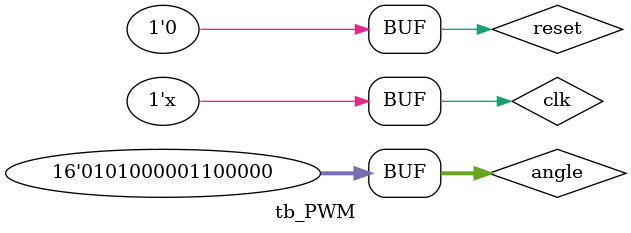
<source format=v>
`timescale 1 ns / 1 ns
module tb_PWM;
	reg clk;
	reg reset;
	reg [15:0] angle;
	wire PWMsignal;
	
	PWM UUT (.clk(clk), .reset(reset), .angle(angle), .PWMsignal(PWMsignal));
	
	localparam CLK_PERIOD = 20;
	always #(CLK_PERIOD/2) clk=~clk;

	initial begin
		clk = 0;
		reset = 0;
		
		// Testing mapping code
		angle = 16'h0000; //180 degrees, about 2.5 ms
	end
	
	initial begin
		clk = 0;
		reset = 0;
		
		// Testing mapping code
		//angle = 16'h59A0; //180 degrees, about 2.5 ms, angle is in fp
		//angle = 16'h54B0; //75 degrees about 1.33 ms
		angle = 16'h5060; //35 degrees about .88 ms
		//angle = 16'h5948; //169 degrees about 2.37 ms
		
		// This is for mapping angle to a single pulse width
		// 18 pulse widths, each with a range of fp angles
		
		// angle 171 and above, should be about 2.5 ms
		//angle = 16'h5998; // 179   degrees
		//angle = 16'h597C; // 175.5 degrees
		
		// angle 161 to before 171, should be about 2.37 ms
		//angle = 16'h5948; // 169 degrees
		//angle = 16'h592A; // 165.3 degrees
		
		// angle 151 to before 161, should be about 2.26 ms
		//angle = 16'h58E8; // 157 degrees
		//angle = 16'h58C6; // 152.8 degrees
		
		// angle 141 to before 151, should be about 2.15 ms
		//angle = 16'h5868; // 141 degrees
		//angle = 16'h587A;
		
		// angle 131 to before 141, should be about 2.04 ms
		//angle
		
		// angle 121 to before 131, should be about 1.93 ms
		
		
		// angle 111 to before 121, should be about 1.82 ms
		
		
		// angle 101 to before 111, should be about 1.71 ms
		
		
		// angle 91 to before 101, should be about 1.60 ms
		
		
		// angle 81 to before 91, should be about 1.49 ms
		
		
		// angle 71 to before 81, should be about 1.38 ms
		
		
		// angle 61 to before 71, should be about 1.27 ms
		
		
		// angle 51 to before 61, should be about 1.16 ms
		
		
		// angle 41 to before 51, should be about 1.05 ms
		
		
		// angle 31 to before 41, should be about 0.94 ms
		
		
		// angle 21 to before 31, should be about 0.83 ms
		
		
		// angle 11 to before 21, should be about 0.72 ms
		
		
		// angle 1 to before 11, should be about 0.61 ms
		
		
		// angle 0 to before 1, shoulb be about 0.5 ms
	
	end
	

endmodule 
</source>
